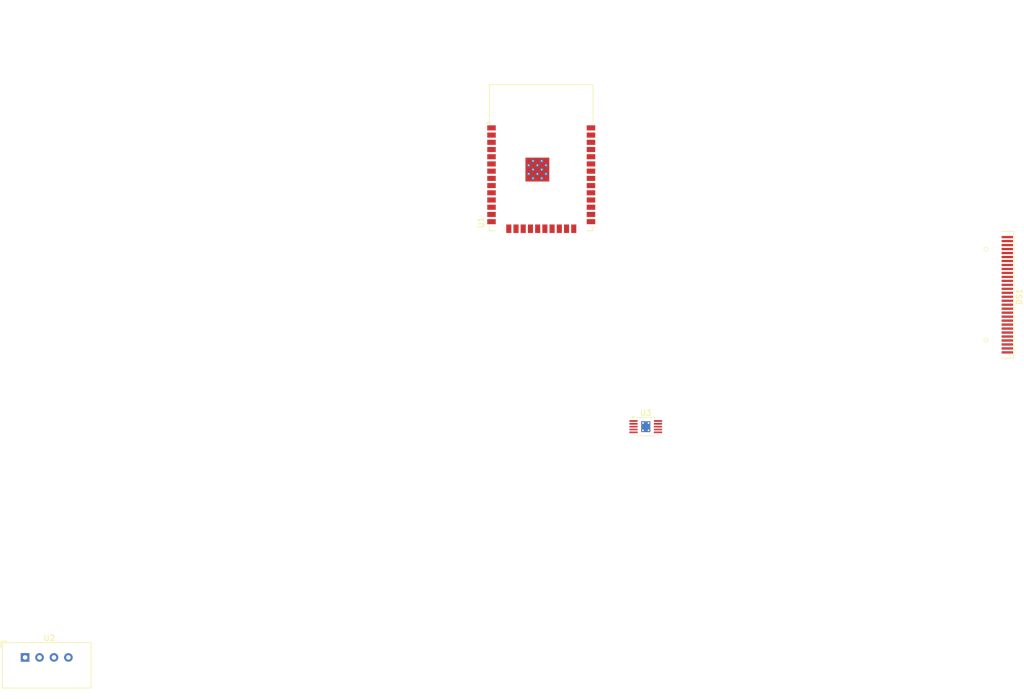
<source format=kicad_pcb>
(kicad_pcb (version 20240108) (generator "pcbnew") (generator_version "8.0")
  (title_block (title "MRNOS") (date "2025-02-10") (rev "v.1"))
  (layers (0 "F.Cu" signal) (31 "B.Cu" signal) (34 "B.Paste" user) (35 "F.Paste" user) (36 "B.SilkS" user "B.Silkscreen") (37 "F.SilkS" user "F.Silkscreen") (38 "B.Mask" user) (39 "F.Mask" user) (44 "Edge.Cuts" user))
  (net 0 "")
  (net 10 "Net-(DS1-VCC)")
  (net 21 "GNDPWR")
  (net 39 "Net-(BZ1-+)")
  (net 47 "Net-(U1-SENSOR_VN)")
  (net 56 "Net-(U1-SDI{slash}SD1)")
  (net 65 "Net-(BT1-+)")
  (net 71 "Net-(BT1--)")
  (footprint "RF_Module:ESP32-WROOM-32" (layer "F.Cu") (at 110 43.615)
    (property "Reference" "U1" (at -10.61 8.43 90) (layer "F.SilkS"))
    (property "Value" "ESP32-WROOM-32")
    (fp_line (start -9.12 -15.86) (end -9.12 -9.7) (stroke (width 0.12)) (layer "F.SilkS"))
    (fp_line (start -9.12 -15.86) (end 9.12 -15.86) (stroke (width 0.12)) (layer "F.SilkS"))
    (fp_line (start -9.12 9.1) (end -9.12 9.88) (stroke (width 0.12)) (layer "F.SilkS"))
    (fp_line (start -9.12 9.88) (end -8.12 9.88) (stroke (width 0.12)) (layer "F.SilkS"))
    (fp_line (start 9.12 -15.86) (end 9.12 -9.445) (stroke (width 0.12)) (layer "F.SilkS"))
    (fp_line (start 9.12 9.1) (end 9.12 9.88) (stroke (width 0.12)) (layer "F.SilkS"))
    (fp_line (start 9.12 9.88) (end 8.12 9.88) (stroke (width 0.12)) (layer "F.SilkS"))
    (fp_poly (pts (xy -9.125 -8.975) (xy -9.625 -8.975) (xy -9.125 -9.475) (xy -9.125 -8.975)) (stroke (width 0.12)) (fill solid) (layer "F.SilkS"))
    (pad "1" smd rect (at -8.75 -8.25) (size 1.5 0.9) (layers "F.Cu" "F.Paste" "F.Mask") (net 21 "GNDPWR"))
    (pad "2" smd rect (at -8.75 -6.98) (size 1.5 0.9) (layers "F.Cu" "F.Paste" "F.Mask") (net 39 "Net-(BZ1-+)"))
    (pad "3" smd rect (at -8.75 -5.71) (size 1.5 0.9) (layers "F.Cu" "F.Paste" "F.Mask") (net 10 "Net-(DS1-VCC)"))
    (pad "4" smd rect (at -8.75 -4.44) (size 1.5 0.9) (layers "F.Cu" "F.Paste" "F.Mask"))
    (pad "5" smd rect (at -8.75 -3.17) (size 1.5 0.9) (layers "F.Cu" "F.Paste" "F.Mask") (net 47 "Net-(U1-SENSOR_VN)"))
    (pad "6" smd rect (at -8.75 -1.9) (size 1.5 0.9) (layers "F.Cu" "F.Paste" "F.Mask"))
    (pad "7" smd rect (at -8.75 -0.63) (size 1.5 0.9) (layers "F.Cu" "F.Paste" "F.Mask"))
    (pad "8" smd rect (at -8.75 0.64) (size 1.5 0.9) (layers "F.Cu" "F.Paste" "F.Mask"))
    (pad "9" smd rect (at -8.75 1.91) (size 1.5 0.9) (layers "F.Cu" "F.Paste" "F.Mask"))
    (pad "10" smd rect (at -8.75 3.18) (size 1.5 0.9) (layers "F.Cu" "F.Paste" "F.Mask"))
    (pad "11" smd rect (at -8.75 4.45) (size 1.5 0.9) (layers "F.Cu" "F.Paste" "F.Mask"))
    (pad "12" smd rect (at -8.75 5.72) (size 1.5 0.9) (layers "F.Cu" "F.Paste" "F.Mask"))
    (pad "13" smd rect (at -8.75 6.99) (size 1.5 0.9) (layers "F.Cu" "F.Paste" "F.Mask"))
    (pad "14" smd rect (at -8.75 8.26) (size 1.5 0.9) (layers "F.Cu" "F.Paste" "F.Mask"))
    (pad "15" smd rect (at -5.71 9.51 90) (size 1.5 0.9) (layers "F.Cu" "F.Paste" "F.Mask") (net 21 "GNDPWR"))
    (pad "16" smd rect (at -4.44 9.51 90) (size 1.5 0.9) (layers "F.Cu" "F.Paste" "F.Mask"))
    (pad "17" smd rect (at -3.17 9.51 90) (size 1.5 0.9) (layers "F.Cu" "F.Paste" "F.Mask"))
    (pad "18" smd rect (at -1.9 9.51 90) (size 1.5 0.9) (layers "F.Cu" "F.Paste" "F.Mask"))
    (pad "19" smd rect (at -0.63 9.51 90) (size 1.5 0.9) (layers "F.Cu" "F.Paste" "F.Mask"))
    (pad "20" smd rect (at 0.64 9.51 90) (size 1.5 0.9) (layers "F.Cu" "F.Paste" "F.Mask"))
    (pad "21" smd rect (at 1.91 9.51 90) (size 1.5 0.9) (layers "F.Cu" "F.Paste" "F.Mask"))
    (pad "22" smd rect (at 3.18 9.51 90) (size 1.5 0.9) (layers "F.Cu" "F.Paste" "F.Mask") (net 56 "Net-(U1-SDI{slash}SD1)"))
    (pad "23" smd rect (at 4.45 9.51 90) (size 1.5 0.9) (layers "F.Cu" "F.Paste" "F.Mask"))
    (pad "24" smd rect (at 5.72 9.51 90) (size 1.5 0.9) (layers "F.Cu" "F.Paste" "F.Mask"))
    (pad "25" smd rect (at 8.75 8.26) (size 1.5 0.9) (layers "F.Cu" "F.Paste" "F.Mask"))
    (pad "26" smd rect (at 8.75 6.99) (size 1.5 0.9) (layers "F.Cu" "F.Paste" "F.Mask"))
    (pad "27" smd rect (at 8.75 5.72) (size 1.5 0.9) (layers "F.Cu" "F.Paste" "F.Mask"))
    (pad "28" smd rect (at 8.75 4.45) (size 1.5 0.9) (layers "F.Cu" "F.Paste" "F.Mask"))
    (pad "29" smd rect (at 8.75 3.18) (size 1.5 0.9) (layers "F.Cu" "F.Paste" "F.Mask"))
    (pad "30" smd rect (at 8.75 1.91) (size 1.5 0.9) (layers "F.Cu" "F.Paste" "F.Mask"))
    (pad "31" smd rect (at 8.75 0.64) (size 1.5 0.9) (layers "F.Cu" "F.Paste" "F.Mask"))
    (pad "32" smd rect (at 8.75 -0.63) (size 1.5 0.9) (layers "F.Cu" "F.Paste" "F.Mask"))
    (pad "33" smd rect (at 8.75 -1.9) (size 1.5 0.9) (layers "F.Cu" "F.Paste" "F.Mask"))
    (pad "34" smd rect (at 8.75 -3.17) (size 1.5 0.9) (layers "F.Cu" "F.Paste" "F.Mask"))
    (pad "35" smd rect (at 8.75 -4.44) (size 1.5 0.9) (layers "F.Cu" "F.Paste" "F.Mask"))
    (pad "36" smd rect (at 8.75 -5.71) (size 1.5 0.9) (layers "F.Cu" "F.Paste" "F.Mask"))
    (pad "37" smd rect (at 8.75 -6.98) (size 1.5 0.9) (layers "F.Cu" "F.Paste" "F.Mask"))
    (pad "38" smd rect (at 8.75 -8.25) (size 1.5 0.9) (layers "F.Cu" "F.Paste" "F.Mask") (net 21 "GNDPWR"))
    (pad "39" smd rect (at -2.205 -2.435) (size 1.05 1.05) (layers "F.Cu" "F.Paste") (net 21 "GNDPWR"))
    (pad "39" thru_hole circle (at -2.205 -1.6725) (size 0.6 0.6) (drill 0.2) (property pad_prop_heatsink) (layers "*.Cu" "F.Mask") (net 21 "GNDPWR"))
    (pad "39" smd rect (at -2.205 -0.91) (size 1.05 1.05) (layers "F.Cu" "F.Paste") (net 21 "GNDPWR"))
    (pad "39" thru_hole circle (at -2.205 -0.1475) (size 0.6 0.6) (drill 0.2) (property pad_prop_heatsink) (layers "*.Cu" "F.Mask") (net 21 "GNDPWR"))
    (pad "39" smd rect (at -2.205 0.615) (size 1.05 1.05) (layers "F.Cu" "F.Paste") (net 21 "GNDPWR"))
    (pad "39" thru_hole circle (at -1.4425 -2.435) (size 0.6 0.6) (drill 0.2) (property pad_prop_heatsink) (layers "*.Cu" "F.Mask") (net 21 "GNDPWR"))
    (pad "39" thru_hole circle (at -1.4425 -0.91) (size 0.6 0.6) (drill 0.2) (property pad_prop_heatsink) (layers "*.Cu" "F.Mask") (net 21 "GNDPWR"))
    (pad "39" thru_hole circle (at -1.4425 0.615) (size 0.6 0.6) (drill 0.2) (property pad_prop_heatsink) (layers "*.Cu" "F.Mask") (net 21 "GNDPWR"))
    (pad "39" smd rect (at -0.68 -2.435) (size 1.05 1.05) (layers "F.Cu" "F.Paste") (net 21 "GNDPWR"))
    (pad "39" thru_hole circle (at -0.68 -1.6725) (size 0.6 0.6) (drill 0.2) (property pad_prop_heatsink) (layers "*.Cu" "F.Mask") (net 21 "GNDPWR"))
    (pad "39" smd rect (at -0.68 -0.91) (size 1.05 1.05) (layers "F.Cu" "F.Paste") (net 21 "GNDPWR"))
    (pad "39" smd rect (at -0.68 -0.91) (size 4.2 4.2) (property pad_prop_heatsink) (layers "F.Cu" "F.Mask") (net 21 "GNDPWR"))
    (pad "39" thru_hole circle (at -0.68 -0.1475) (size 0.6 0.6) (drill 0.2) (property pad_prop_heatsink) (layers "*.Cu" "F.Mask") (net 21 "GNDPWR"))
    (pad "39" smd rect (at -0.68 0.615) (size 1.05 1.05) (layers "F.Cu" "F.Paste") (net 21 "GNDPWR"))
    (pad "39" thru_hole circle (at 0.0825 -2.435) (size 0.6 0.6) (drill 0.2) (property pad_prop_heatsink) (layers "*.Cu" "F.Mask") (net 21 "GNDPWR"))
    (pad "39" thru_hole circle (at 0.0825 -0.91) (size 0.6 0.6) (drill 0.2) (property pad_prop_heatsink) (layers "*.Cu" "F.Mask") (net 21 "GNDPWR"))
    (pad "39" thru_hole circle (at 0.0825 0.615) (size 0.6 0.6) (drill 0.2) (property pad_prop_heatsink) (layers "*.Cu" "F.Mask") (net 21 "GNDPWR"))
    (pad "39" smd rect (at 0.845 -2.435) (size 1.05 1.05) (layers "F.Cu" "F.Paste") (net 21 "GNDPWR"))
    (pad "39" thru_hole circle (at 0.845 -1.6725) (size 0.6 0.6) (drill 0.2) (property pad_prop_heatsink) (layers "*.Cu" "F.Mask") (net 21 "GNDPWR"))
    (pad "39" smd rect (at 0.845 -0.91) (size 1.05 1.05) (layers "F.Cu" "F.Paste") (net 21 "GNDPWR"))
    (pad "39" thru_hole circle (at 0.845 -0.1475) (size 0.6 0.6) (drill 0.2) (property pad_prop_heatsink) (layers "*.Cu" "F.Mask") (net 21 "GNDPWR"))
    (pad "39" smd rect (at 0.845 0.615) (size 1.05 1.05) (layers "F.Cu" "F.Paste") (net 21 "GNDPWR"))
  )
  (footprint "Display:OLED-128O064D" (layer "F.Cu") (at 192 64.75 90)
    (property "Reference" "DS1" (at -0.35 2.1 90) (layer "F.SilkS"))
    (property "Value" "OLED-128O064D")
    (fp_line (start -11.15 -1) (end -11.15 1.15) (stroke (width 0.12)) (layer "F.SilkS"))
    (fp_line (start 11.15 1.15) (end 11.15 -1) (stroke (width 0.12)) (layer "F.SilkS"))
    (fp_line (start -11.15 1.15) (end 11.15 1.15) (stroke (width 0.12)) (layer "F.SilkS"))
    (fp_circle (center 8 -3.75) (end 8.35 -3.75) (stroke (width 0.1)) (fill none) (layer "F.SilkS"))
    (fp_circle (center -8 -3.75) (end -7.65 -3.75) (stroke (width 0.1)) (fill none) (layer "F.SilkS"))
    (pad "1" smd rect (at -10.15 0 90) (size 0.4 2) (layers "F.Cu" "F.Paste" "F.Mask") (net 21 "GNDPWR"))
    (pad "2" smd rect (at -9.45 0 90) (size 0.4 2) (layers "F.Cu" "F.Paste" "F.Mask"))
    (pad "3" smd rect (at -8.75 0 90) (size 0.4 2) (layers "F.Cu" "F.Paste" "F.Mask"))
    (pad "4" smd rect (at -8.05 0 90) (size 0.4 2) (layers "F.Cu" "F.Paste" "F.Mask"))
    (pad "5" smd rect (at -7.35 0 90) (size 0.4 2) (layers "F.Cu" "F.Paste" "F.Mask"))
    (pad "6" smd rect (at -6.65 0 90) (size 0.4 2) (layers "F.Cu" "F.Paste" "F.Mask"))
    (pad "7" smd rect (at -5.95 0 90) (size 0.4 2) (layers "F.Cu" "F.Paste" "F.Mask"))
    (pad "8" smd rect (at -5.25 0 90) (size 0.4 2) (layers "F.Cu" "F.Paste" "F.Mask"))
    (pad "9" smd rect (at -4.55 0 90) (size 0.4 2) (layers "F.Cu" "F.Paste" "F.Mask"))
    (pad "10" smd rect (at -3.85 0 90) (size 0.4 2) (layers "F.Cu" "F.Paste" "F.Mask"))
    (pad "11" smd rect (at -3.15 0 90) (size 0.4 2) (layers "F.Cu" "F.Paste" "F.Mask"))
    (pad "12" smd rect (at -2.45 0 90) (size 0.4 2) (layers "F.Cu" "F.Paste" "F.Mask"))
    (pad "13" smd rect (at -1.75 0 90) (size 0.4 2) (layers "F.Cu" "F.Paste" "F.Mask"))
    (pad "14" smd rect (at -1.05 0 90) (size 0.4 2) (layers "F.Cu" "F.Paste" "F.Mask"))
    (pad "15" smd rect (at -0.35 0 90) (size 0.4 2) (layers "F.Cu" "F.Paste" "F.Mask"))
    (pad "16" smd rect (at 0.35 0 90) (size 0.4 2) (layers "F.Cu" "F.Paste" "F.Mask"))
    (pad "17" smd rect (at 1.05 0 90) (size 0.4 2) (layers "F.Cu" "F.Paste" "F.Mask"))
    (pad "18" smd rect (at 1.75 0 90) (size 0.4 2) (layers "F.Cu" "F.Paste" "F.Mask"))
    (pad "19" smd rect (at 2.45 0 90) (size 0.4 2) (layers "F.Cu" "F.Paste" "F.Mask"))
    (pad "20" smd rect (at 3.15 0 90) (size 0.4 2) (layers "F.Cu" "F.Paste" "F.Mask"))
    (pad "21" smd rect (at 3.85 0 90) (size 0.4 2) (layers "F.Cu" "F.Paste" "F.Mask"))
    (pad "22" smd rect (at 4.55 0 90) (size 0.4 2) (layers "F.Cu" "F.Paste" "F.Mask"))
    (pad "23" smd rect (at 5.25 0 90) (size 0.4 2) (layers "F.Cu" "F.Paste" "F.Mask"))
    (pad "24" smd rect (at 5.95 0 90) (size 0.4 2) (layers "F.Cu" "F.Paste" "F.Mask"))
    (pad "25" smd rect (at 6.65 0 90) (size 0.4 2) (layers "F.Cu" "F.Paste" "F.Mask"))
    (pad "26" smd rect (at 7.35 0 90) (size 0.4 2) (layers "F.Cu" "F.Paste" "F.Mask"))
    (pad "27" smd rect (at 8.05 0 90) (size 0.4 2) (layers "F.Cu" "F.Paste" "F.Mask"))
    (pad "28" smd rect (at 8.75 0 90) (size 0.4 2) (layers "F.Cu" "F.Paste" "F.Mask") (net 10 "Net-(DS1-VCC)"))
    (pad "29" smd rect (at 9.45 0 90) (size 0.4 2) (layers "F.Cu" "F.Paste" "F.Mask"))
    (pad "30" smd rect (at 10.15 0 90) (size 0.4 2) (layers "F.Cu" "F.Paste" "F.Mask") (net 21 "GNDPWR"))
  )
  (footprint "Sensor:ASAIR_AM2302_P2.54mm_Vertical" (layer "F.Cu") (at 19.19 128.6)
    (property "Reference" "U2" (at 4.26 -3.4 180) (layer "F.SilkS"))
    (property "Value" "AM2302")
    (fp_line (start -4.24 -2.85) (end -2.97 -2.85) (stroke (width 0.12)) (layer "F.SilkS"))
    (fp_line (start -4.24 -1.58) (end -4.24 -2.85) (stroke (width 0.12)) (layer "F.SilkS"))
    (fp_line (start -3.99 -2.6) (end 11.61 -2.6) (stroke (width 0.12)) (layer "F.SilkS"))
    (fp_line (start -3.99 5.4) (end -3.99 -2.6) (stroke (width 0.12)) (layer "F.SilkS"))
    (fp_line (start 11.61 -2.6) (end 11.61 5.4) (stroke (width 0.12)) (layer "F.SilkS"))
    (fp_line (start 11.61 5.4) (end -3.99 5.4) (stroke (width 0.12)) (layer "F.SilkS"))
    (pad "1" thru_hole rect (at 0 0 90) (size 1.5 1.5) (drill 0.8) (layers "*.Cu" "*.Mask") (net 39 "Net-(BZ1-+)"))
    (pad "2" thru_hole circle (at 2.54 0 90) (size 1.5 1.5) (drill 0.8) (layers "*.Cu" "*.Mask") (net 56 "Net-(U1-SDI{slash}SD1)"))
    (pad "3" thru_hole circle (at 5.08 0 90) (size 1.5 1.5) (drill 0.8) (layers "*.Cu" "*.Mask") (net 21 "GNDPWR"))
    (pad "4" thru_hole circle (at 7.62 0 90) (size 1.5 1.5) (drill 0.8) (layers "*.Cu" "*.Mask") (net 21 "GNDPWR"))
  )
  (footprint "Package_SO:HVSSOP-10-1EP_3x3mm_P0.5mm_EP1.57x1.88mm_ThermalVias" (layer "F.Cu") (at 128.39 87.97)
    (property "Reference" "U3" (at 0 -2.45 0) (layer "F.SilkS"))
    (property "Value" "BQ24090DGQ")
    (fp_line (start 0 -1.61) (end -1.5 -1.61) (stroke (width 0.12)) (layer "F.SilkS"))
    (fp_line (start 0 -1.61) (end 1.5 -1.61) (stroke (width 0.12)) (layer "F.SilkS"))
    (fp_line (start 0 1.61) (end -1.5 1.61) (stroke (width 0.12)) (layer "F.SilkS"))
    (fp_line (start 0 1.61) (end 1.5 1.61) (stroke (width 0.12)) (layer "F.SilkS"))
    (fp_poly (pts (xy -2.1875 -1.41) (xy -2.4275 -1.74) (xy -1.9475 -1.74) (xy -2.1875 -1.41)) (stroke (width 0.12)) (fill solid) (layer "F.SilkS"))
    (pad "1" smd roundrect (at -2.15 -1) (size 1.45 0.3) (layers "F.Cu" "F.Paste" "F.Mask") (net 21 "GNDPWR"))
    (pad "2" smd roundrect (at -2.15 -0.5) (size 1.45 0.3) (layers "F.Cu" "F.Paste" "F.Mask"))
    (pad "3" smd roundrect (at -2.15 0) (size 1.45 0.3) (layers "F.Cu" "F.Paste" "F.Mask") (net 65 "Net-(BT1-+)"))
    (pad "4" smd roundrect (at -2.15 0.5) (size 1.45 0.3) (layers "F.Cu" "F.Paste" "F.Mask"))
    (pad "5" smd roundrect (at -2.15 1) (size 1.45 0.3) (layers "F.Cu" "F.Paste" "F.Mask") (net 71 "Net-(BT1--)"))
    (pad "6" smd roundrect (at 2.15 1) (size 1.45 0.3) (layers "F.Cu" "F.Paste" "F.Mask"))
    (pad "7" smd roundrect (at 2.15 0.5) (size 1.45 0.3) (layers "F.Cu" "F.Paste" "F.Mask"))
    (pad "8" smd roundrect (at 2.15 0) (size 1.45 0.3) (layers "F.Cu" "F.Paste" "F.Mask"))
    (pad "9" smd roundrect (at 2.15 -0.5) (size 1.45 0.3) (layers "F.Cu" "F.Paste" "F.Mask"))
    (pad "10" smd roundrect (at 2.15 -1) (size 1.45 0.3) (layers "F.Cu" "F.Paste" "F.Mask") (net 47 "Net-(U1-SENSOR_VN)"))
    (pad "11" thru_hole circle (at -0.485 -0.64) (size 0.6 0.6) (drill 0.3) (property pad_prop_heatsink) (layers "*.Cu") (net 65 "Net-(BT1-+)"))
    (pad "11" thru_hole circle (at -0.485 0.64) (size 0.6 0.6) (drill 0.3) (property pad_prop_heatsink) (layers "*.Cu") (net 65 "Net-(BT1-+)"))
    (pad "11" smd rect (at 0 0) (size 1.57 1.88) (property pad_prop_heatsink) (layers "F.Cu" "F.Mask") (net 65 "Net-(BT1-+)"))
    (pad "11" smd rect (at 0 0) (size 1.57 1.88) (property pad_prop_heatsink) (layers "B.Cu") (net 65 "Net-(BT1-+)"))
    (pad "11" thru_hole circle (at 0.485 -0.64) (size 0.6 0.6) (drill 0.3) (property pad_prop_heatsink) (layers "*.Cu") (net 65 "Net-(BT1-+)"))
    (pad "11" thru_hole circle (at 0.485 0.64) (size 0.6 0.6) (drill 0.3) (property pad_prop_heatsink) (layers "*.Cu") (net 65 "Net-(BT1-+)"))
  )
)
</source>
